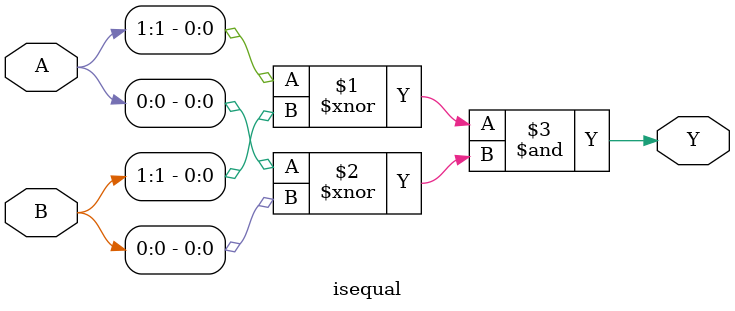
<source format=v>
`include "src/decoder_2to4.v"
`include "src/priority_encoder_4to2.v"
module podium_permutations(
    output VALID,
    output POI,
    output [7:0] IMAP,
    input [1:0] N0,
    input [1:0] N1,
    input [1:0] N2,
    input [1:0] N3
);
    wire t1, t2, t3, t4, t5, t6;
    isequal ie1(N0, N1, t1);
    isequal ie2(N0, N2, t2);
    isequal ie3(N0, N3, t3);
    isequal ie5(N1, N2, t4);
    isequal ie6(N1, N3, t5);
    isequal ie8(N2, N3, t6); 
    buf B0(VALID, ~(t1|t2|t3|t4|t5|t6));

    wire [3:0] w3, w2, w1, w0;

    decoder_2to4 DE3(w3, N3, 1'b1);
    decoder_2to4 DE2(w2, N2, 1'b1);
    decoder_2to4 DE1(w1, N1, 1'b1);
    decoder_2to4 DE0(w0, N0, 1'b1);

    wire V3, V2, V1, V0;

    priority_encoder_4to2 PE3({IMAP[7], IMAP[6]}, V3, {w3[3], w2[3], w1[3], w0[3]}, 1'b1);
    priority_encoder_4to2 PE2({IMAP[5], IMAP[4]}, V2, {w3[2], w2[2], w1[2], w0[2]}, 1'b1);
    priority_encoder_4to2 PE1({IMAP[3], IMAP[2]}, V1, {w3[1], w2[1], w1[1], w0[1]}, 1'b1);
    priority_encoder_4to2 PE0({IMAP[1], IMAP[0]}, V0, {w3[0], w2[0], w1[0], w0[0]}, 1'b1);

    buf B1(POI, VALID&((w3[3]&!w2[2]&!w1[1]&!w0[0])|(!w3[3]&w2[2]&!w1[1]&!w0[0])|(!w3[3]&!w2[2]&w1[1]&!w0[0])|(!w3[3]&!w2[2]&!w1[1]&w0[0])));

endmodule

module isequal(input [1:0]A, input [1:0]B, output Y);
    buf B1(Y, ((A[1]^~B[1])&(A[0]^~B[0])));
endmodule

</source>
